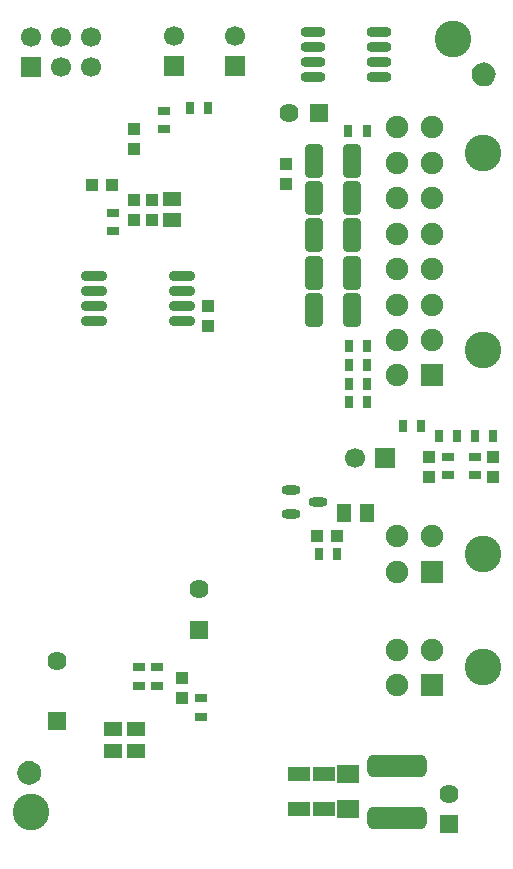
<source format=gbs>
G04 Layer_Color=16711935*
%FSLAX24Y24*%
%MOIN*%
G70*
G01*
G75*
%ADD67R,0.0394X0.0433*%
%ADD69R,0.0433X0.0394*%
%ADD71R,0.0610X0.0492*%
%ADD72O,0.0839X0.0335*%
G04:AMPARAMS|DCode=77|XSize=114.2mil|YSize=63mil|CornerRadius=16.7mil|HoleSize=0mil|Usage=FLASHONLY|Rotation=270.000|XOffset=0mil|YOffset=0mil|HoleType=Round|Shape=RoundedRectangle|*
%AMROUNDEDRECTD77*
21,1,0.1142,0.0295,0,0,270.0*
21,1,0.0807,0.0630,0,0,270.0*
1,1,0.0335,-0.0148,-0.0404*
1,1,0.0335,-0.0148,0.0404*
1,1,0.0335,0.0148,0.0404*
1,1,0.0335,0.0148,-0.0404*
%
%ADD77ROUNDEDRECTD77*%
%ADD80R,0.0394X0.0315*%
%ADD81R,0.0315X0.0394*%
%ADD82R,0.0728X0.0453*%
%ADD83C,0.0512*%
%ADD84O,0.0630X0.0320*%
%ADD92C,0.1220*%
%ADD93R,0.0639X0.0639*%
%ADD94C,0.0639*%
%ADD95R,0.0669X0.0669*%
%ADD96C,0.0669*%
%ADD97C,0.0748*%
%ADD98R,0.0748X0.0748*%
%ADD99R,0.0669X0.0669*%
%ADD100R,0.0639X0.0639*%
%ADD101O,0.0889X0.0335*%
G04:AMPARAMS|DCode=102|XSize=198.8mil|YSize=74.8mil|CornerRadius=19.7mil|HoleSize=0mil|Usage=FLASHONLY|Rotation=180.000|XOffset=0mil|YOffset=0mil|HoleType=Round|Shape=RoundedRectangle|*
%AMROUNDEDRECTD102*
21,1,0.1988,0.0354,0,0,180.0*
21,1,0.1594,0.0748,0,0,180.0*
1,1,0.0394,-0.0797,0.0177*
1,1,0.0394,0.0797,0.0177*
1,1,0.0394,0.0797,-0.0177*
1,1,0.0394,-0.0797,-0.0177*
%
%ADD102ROUNDEDRECTD102*%
%ADD103R,0.0748X0.0591*%
%ADD104R,0.0591X0.0453*%
%ADD105R,0.0453X0.0591*%
G36*
X30880Y18868D02*
X30976Y18828D01*
X31058Y18765D01*
X31121Y18683D01*
X31161Y18587D01*
X31175Y18484D01*
X31161Y18381D01*
X31121Y18286D01*
X31058Y18203D01*
X30976Y18140D01*
X30880Y18101D01*
X30778Y18087D01*
X30675Y18101D01*
X30579Y18140D01*
X30497Y18203D01*
X30434Y18286D01*
X30394Y18381D01*
X30380Y18484D01*
X30394Y18587D01*
X30434Y18683D01*
X30497Y18765D01*
X30579Y18828D01*
X30675Y18868D01*
X30778Y18881D01*
X30880Y18868D01*
D02*
G37*
G36*
X46028Y42155D02*
X46124Y42116D01*
X46206Y42052D01*
X46269Y41970D01*
X46309Y41874D01*
X46322Y41772D01*
X46309Y41669D01*
X46269Y41573D01*
X46206Y41491D01*
X46124Y41428D01*
X46028Y41388D01*
X45925Y41375D01*
X45822Y41388D01*
X45727Y41428D01*
X45644Y41491D01*
X45581Y41573D01*
X45542Y41669D01*
X45528Y41772D01*
X45542Y41874D01*
X45581Y41970D01*
X45644Y42052D01*
X45727Y42116D01*
X45822Y42155D01*
X45925Y42169D01*
X46028Y42155D01*
D02*
G37*
D67*
X36742Y34035D02*
D03*
Y33366D02*
D03*
X35866Y21634D02*
D03*
Y20965D02*
D03*
X46240Y28346D02*
D03*
Y29016D02*
D03*
X44103Y28346D02*
D03*
Y29016D02*
D03*
X34262Y36909D02*
D03*
Y37579D02*
D03*
X34852Y37579D02*
D03*
Y36910D02*
D03*
X34262Y39951D02*
D03*
Y39281D02*
D03*
X39321Y38110D02*
D03*
Y38780D02*
D03*
D69*
X40374Y26389D02*
D03*
X41043D02*
D03*
X32854Y38091D02*
D03*
X33524D02*
D03*
D71*
X35541Y37618D02*
D03*
Y36909D02*
D03*
D72*
X42446Y42683D02*
D03*
X40246D02*
D03*
X42446Y43183D02*
D03*
X40246D02*
D03*
X42446Y41683D02*
D03*
Y42183D02*
D03*
X40246D02*
D03*
Y41683D02*
D03*
D77*
X41535Y37638D02*
D03*
X40276D02*
D03*
X41535Y36398D02*
D03*
X40276D02*
D03*
X41535Y35157D02*
D03*
X40276D02*
D03*
X41535Y33907D02*
D03*
X40276D02*
D03*
X41535Y38878D02*
D03*
X40276D02*
D03*
D80*
X35049Y21998D02*
D03*
Y21388D02*
D03*
X34429Y21998D02*
D03*
Y21388D02*
D03*
X36506Y20354D02*
D03*
Y20964D02*
D03*
X45640Y28406D02*
D03*
Y29016D02*
D03*
X44724Y28406D02*
D03*
Y29016D02*
D03*
X33563Y37146D02*
D03*
Y36536D02*
D03*
X35276Y39951D02*
D03*
Y40561D02*
D03*
D81*
X45630Y29724D02*
D03*
X46240D02*
D03*
X45049D02*
D03*
X44439D02*
D03*
X43829Y30039D02*
D03*
X43219D02*
D03*
X40433Y25768D02*
D03*
X41043D02*
D03*
X42028Y30837D02*
D03*
X41418D02*
D03*
X42028Y31457D02*
D03*
X41418D02*
D03*
X42028Y32077D02*
D03*
X41418D02*
D03*
X42028Y32697D02*
D03*
X41418D02*
D03*
X36132Y40640D02*
D03*
X36742D02*
D03*
X42018Y39862D02*
D03*
X41408D02*
D03*
D82*
X40591Y17293D02*
D03*
Y18435D02*
D03*
X39764Y17293D02*
D03*
Y18435D02*
D03*
D83*
X45925Y41772D02*
D03*
X30778Y18484D02*
D03*
D84*
X39484Y27900D02*
D03*
Y27100D02*
D03*
X40394Y27500D02*
D03*
D92*
X44911Y42943D02*
D03*
X30817Y17195D02*
D03*
X45904Y21998D02*
D03*
Y32579D02*
D03*
Y39154D02*
D03*
Y25778D02*
D03*
D93*
X31703Y20226D02*
D03*
X36447Y23238D02*
D03*
X44754Y16772D02*
D03*
D94*
X31703Y22226D02*
D03*
X36447Y24616D02*
D03*
X44754Y17772D02*
D03*
X39433Y40492D02*
D03*
D95*
X37648Y42037D02*
D03*
X35610D02*
D03*
D96*
X37648Y43037D02*
D03*
X35610D02*
D03*
X31817Y42028D02*
D03*
X30817Y43028D02*
D03*
X31817D02*
D03*
X32817Y42028D02*
D03*
Y43028D02*
D03*
X41634Y28986D02*
D03*
D97*
X43022Y21407D02*
D03*
Y22589D02*
D03*
X44203D02*
D03*
X43022Y40000D02*
D03*
X44203D02*
D03*
X43022Y31732D02*
D03*
Y32913D02*
D03*
Y35276D02*
D03*
Y37638D02*
D03*
Y38819D02*
D03*
Y34094D02*
D03*
Y36457D02*
D03*
X44203Y32913D02*
D03*
Y35276D02*
D03*
Y37638D02*
D03*
Y38819D02*
D03*
Y34094D02*
D03*
Y36457D02*
D03*
X43022Y25187D02*
D03*
Y26368D02*
D03*
X44203D02*
D03*
D98*
Y21407D02*
D03*
Y31732D02*
D03*
Y25187D02*
D03*
D99*
X30817Y42028D02*
D03*
X42634Y28986D02*
D03*
D100*
X40433Y40492D02*
D03*
D101*
X35873Y33535D02*
D03*
Y34535D02*
D03*
Y35035D02*
D03*
X32923Y33535D02*
D03*
Y34535D02*
D03*
Y35035D02*
D03*
X35873Y34035D02*
D03*
X32923D02*
D03*
D102*
X43022Y16978D02*
D03*
Y18711D02*
D03*
D103*
X41407Y17293D02*
D03*
Y18435D02*
D03*
D104*
X34340Y19961D02*
D03*
Y19213D02*
D03*
X33563Y19961D02*
D03*
Y19213D02*
D03*
D105*
X41270Y27156D02*
D03*
X42018D02*
D03*
M02*

</source>
